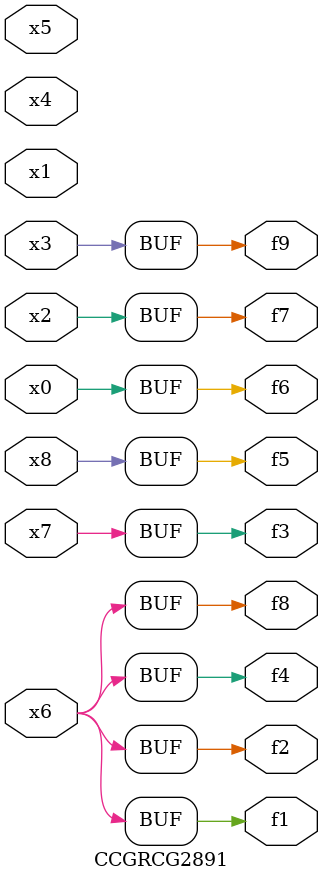
<source format=v>
module CCGRCG2891(
	input x0, x1, x2, x3, x4, x5, x6, x7, x8,
	output f1, f2, f3, f4, f5, f6, f7, f8, f9
);
	assign f1 = x6;
	assign f2 = x6;
	assign f3 = x7;
	assign f4 = x6;
	assign f5 = x8;
	assign f6 = x0;
	assign f7 = x2;
	assign f8 = x6;
	assign f9 = x3;
endmodule

</source>
